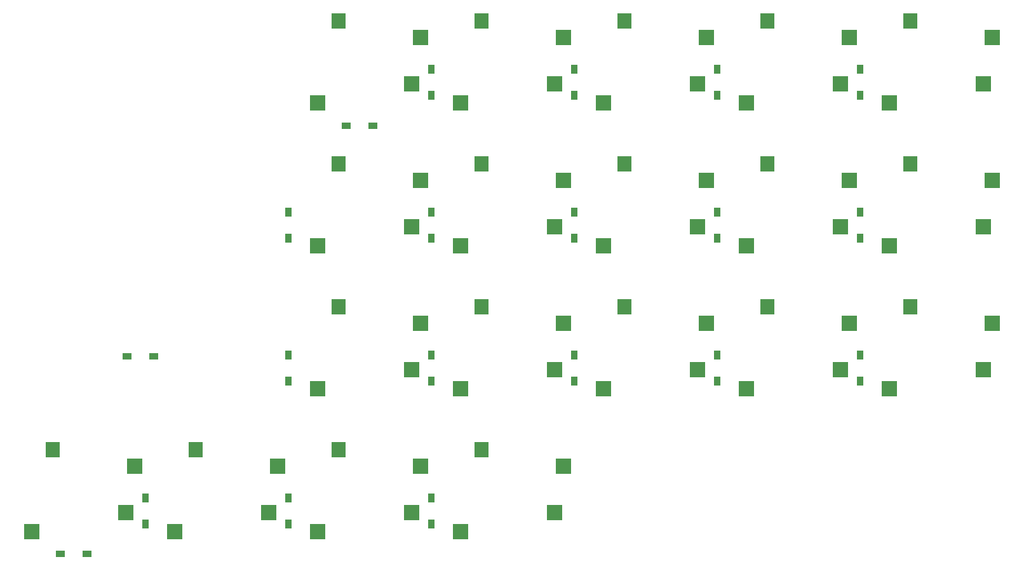
<source format=gbp>
G04 #@! TF.GenerationSoftware,KiCad,Pcbnew,(6.0.10)*
G04 #@! TF.CreationDate,2023-03-05T22:21:07-08:00*
G04 #@! TF.ProjectId,tsbym,74736279-6d2e-46b6-9963-61645f706362,rev?*
G04 #@! TF.SameCoordinates,Original*
G04 #@! TF.FileFunction,Paste,Bot*
G04 #@! TF.FilePolarity,Positive*
%FSLAX46Y46*%
G04 Gerber Fmt 4.6, Leading zero omitted, Abs format (unit mm)*
G04 Created by KiCad (PCBNEW (6.0.10)) date 2023-03-05 22:21:07*
%MOMM*%
%LPD*%
G01*
G04 APERTURE LIST*
%ADD10R,0.950000X1.300000*%
%ADD11R,2.000000X2.000000*%
%ADD12R,1.900000X2.000000*%
%ADD13R,1.300000X0.950000*%
G04 APERTURE END LIST*
D10*
X137795000Y-59941000D03*
X137795000Y-56391000D03*
X80645000Y-98041000D03*
X80645000Y-94491000D03*
X156845000Y-78991000D03*
X156845000Y-75441000D03*
D11*
X174470000Y-90280000D03*
X173270000Y-96520000D03*
D12*
X163570000Y-88080000D03*
D11*
X160770000Y-99060000D03*
X155420000Y-52180000D03*
X154220000Y-58420000D03*
X141720000Y-60960000D03*
D12*
X144520000Y-49980000D03*
D11*
X136370000Y-52180000D03*
X135170000Y-58420000D03*
X122670000Y-60960000D03*
D12*
X125470000Y-49980000D03*
D10*
X99695000Y-117091000D03*
X99695000Y-113541000D03*
D13*
X50295000Y-121031000D03*
X53845000Y-121031000D03*
D11*
X98270000Y-109330000D03*
X97070000Y-115570000D03*
D12*
X87370000Y-107130000D03*
D11*
X84570000Y-118110000D03*
D10*
X99695000Y-78991000D03*
X99695000Y-75441000D03*
D11*
X135170000Y-96520000D03*
X136370000Y-90280000D03*
D12*
X125470000Y-88080000D03*
D11*
X122670000Y-99060000D03*
X60170000Y-109330000D03*
X58970000Y-115570000D03*
D12*
X49270000Y-107130000D03*
D11*
X46470000Y-118110000D03*
D10*
X99695000Y-98041000D03*
X99695000Y-94491000D03*
X118745000Y-59941000D03*
X118745000Y-56391000D03*
D11*
X173270000Y-77470000D03*
X174470000Y-71230000D03*
D12*
X163570000Y-69030000D03*
D11*
X160770000Y-80010000D03*
D13*
X91945000Y-64008000D03*
X88395000Y-64008000D03*
D11*
X135170000Y-77470000D03*
X136370000Y-71230000D03*
D12*
X125470000Y-69030000D03*
D11*
X122670000Y-80010000D03*
D10*
X118745000Y-78991000D03*
X118745000Y-75441000D03*
D11*
X117320000Y-71230000D03*
X116120000Y-77470000D03*
D12*
X106420000Y-69030000D03*
D11*
X103620000Y-80010000D03*
D10*
X99695000Y-59941000D03*
X99695000Y-56391000D03*
X80645000Y-78991000D03*
X80645000Y-75441000D03*
X137795000Y-78991000D03*
X137795000Y-75441000D03*
X118745000Y-98041000D03*
X118745000Y-94491000D03*
X156845000Y-98041000D03*
X156845000Y-94491000D03*
D11*
X97070000Y-58420000D03*
X98270000Y-52180000D03*
X84570000Y-60960000D03*
D12*
X87370000Y-49980000D03*
D11*
X97070000Y-96520000D03*
X98270000Y-90280000D03*
X84570000Y-99060000D03*
D12*
X87370000Y-88080000D03*
D10*
X156845000Y-59941000D03*
X156845000Y-56391000D03*
D11*
X117320000Y-109330000D03*
X116120000Y-115570000D03*
X103620000Y-118110000D03*
D12*
X106420000Y-107130000D03*
D11*
X79220000Y-109330000D03*
X78020000Y-115570000D03*
X65520000Y-118110000D03*
D12*
X68320000Y-107130000D03*
D11*
X98270000Y-71230000D03*
X97070000Y-77470000D03*
D12*
X87370000Y-69030000D03*
D11*
X84570000Y-80010000D03*
D13*
X62735000Y-94742000D03*
X59185000Y-94742000D03*
D11*
X174470000Y-52180000D03*
X173270000Y-58420000D03*
D12*
X163570000Y-49980000D03*
D11*
X160770000Y-60960000D03*
D10*
X61595000Y-117091000D03*
X61595000Y-113541000D03*
X137795000Y-98041000D03*
X137795000Y-94491000D03*
D11*
X117320000Y-52180000D03*
X116120000Y-58420000D03*
X103620000Y-60960000D03*
D12*
X106420000Y-49980000D03*
D11*
X116120000Y-96520000D03*
X117320000Y-90280000D03*
D12*
X106420000Y-88080000D03*
D11*
X103620000Y-99060000D03*
D10*
X80645000Y-117091000D03*
X80645000Y-113541000D03*
D11*
X155420000Y-71230000D03*
X154220000Y-77470000D03*
D12*
X144520000Y-69030000D03*
D11*
X141720000Y-80010000D03*
X154220000Y-96520000D03*
X155420000Y-90280000D03*
D12*
X144520000Y-88080000D03*
D11*
X141720000Y-99060000D03*
M02*

</source>
